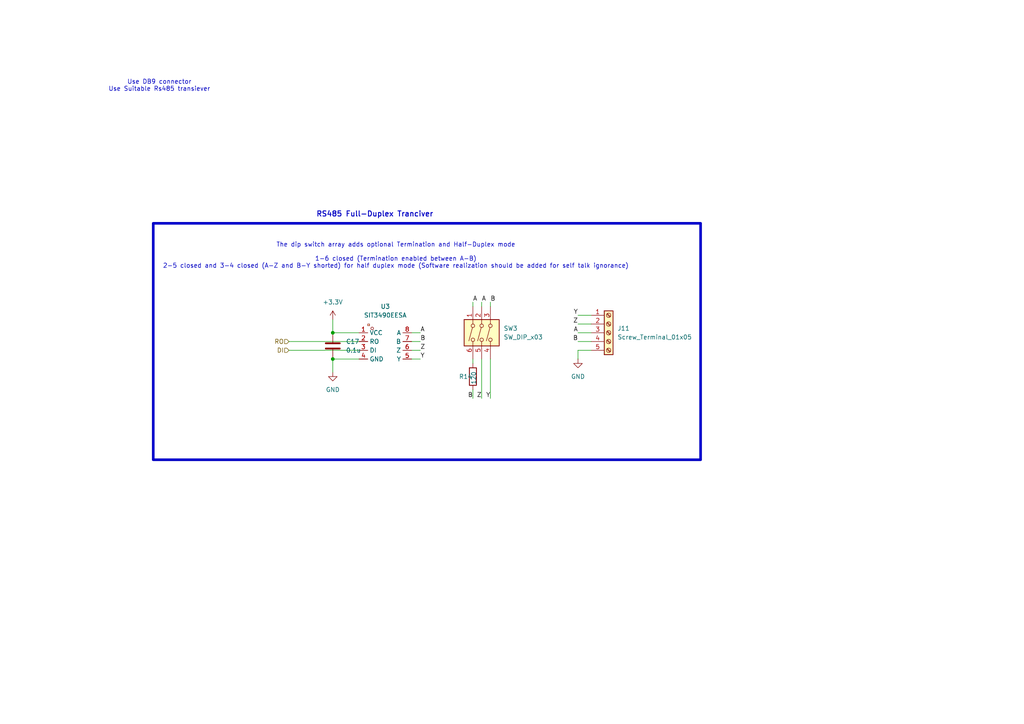
<source format=kicad_sch>
(kicad_sch (version 20250114) (generator "eeschema") (generator_version "9.0")
  (paper "A4")
  (lib_symbols
    (symbol "Connector:Screw_Terminal_01x05" (pin_names (offset 1.016) (hide yes))
      (property "Reference" "J" (at 0 7.62 0))
      (property "Value" "Screw_Terminal_01x05" (at 0 -7.62 0))
      (symbol "Screw_Terminal_01x05_1_1"
        (rectangle (start -1.27 6.35) (end 1.27 -6.35) (stroke (width 0.254)) (fill (type background)))
        (polyline (pts (xy -0.5334 5.4102) (xy 0.3302 4.572)) (stroke (width 0.1524)))
        (polyline (pts (xy -0.5334 2.8702) (xy 0.3302 2.032)) (stroke (width 0.1524)))
        (polyline (pts (xy -0.5334 0.3302) (xy 0.3302 -0.508)) (stroke (width 0.1524)))
        (polyline (pts (xy -0.5334 -2.2098) (xy 0.3302 -3.048)) (stroke (width 0.1524)))
        (polyline (pts (xy -0.5334 -4.7498) (xy 0.3302 -5.588)) (stroke (width 0.1524)))
        (polyline (pts (xy -0.3556 5.588) (xy 0.508 4.7498)) (stroke (width 0.1524)))
        (polyline (pts (xy -0.3556 3.048) (xy 0.508 2.2098)) (stroke (width 0.1524)))
        (polyline (pts (xy -0.3556 0.508) (xy 0.508 -0.3302)) (stroke (width 0.1524)))
        (polyline (pts (xy -0.3556 -2.032) (xy 0.508 -2.8702)) (stroke (width 0.1524)))
        (polyline (pts (xy -0.3556 -4.572) (xy 0.508 -5.4102)) (stroke (width 0.1524)))
        (circle (center 0 5.08) (radius 0.635) (stroke (width 0.1524)))
        (circle (center 0 2.54) (radius 0.635) (stroke (width 0.1524)))
        (circle (center 0 0) (radius 0.635) (stroke (width 0.1524)))
        (circle (center 0 -2.54) (radius 0.635) (stroke (width 0.1524)))
        (circle (center 0 -5.08) (radius 0.635) (stroke (width 0.1524)))
        (pin passive line (at -5.08 5.08 0) (length 3.81) (name "Pin_1") (number "1"))
        (pin passive line (at -5.08 2.54 0) (length 3.81) (name "Pin_2") (number "2"))
        (pin passive line (at -5.08 0 0) (length 3.81) (name "Pin_3") (number "3"))
        (pin passive line (at -5.08 -2.54 0) (length 3.81) (name "Pin_4") (number "4"))
        (pin passive line (at -5.08 -5.08 0) (length 3.81) (name "Pin_5") (number "5"))
      )
    )
    (symbol "Device:C" (pin_numbers (hide yes)) (pin_names (offset 0.254))
      (property "Reference" "C" (at 0.635 2.54 0))
      (property "Value" "C" (at 0.635 -2.54 0))
      (symbol "C_0_1"
        (polyline (pts (xy -2.032 0.762) (xy 2.032 0.762)) (stroke (width 0.508)))
        (polyline (pts (xy -2.032 -0.762) (xy 2.032 -0.762)) (stroke (width 0.508)))
      )
      (symbol "C_1_1"
        (pin passive line (at 0 3.81 270) (length 2.794) (name "~") (number "1"))
        (pin passive line (at 0 -3.81 90) (length 2.794) (name "~") (number "2"))
      )
    )
    (symbol "Device:R" (pin_numbers (hide yes)) (pin_names (offset 0))
      (property "Reference" "R" (at 2.032 0 90))
      (property "Value" "R" (at 0 0 90))
      (symbol "R_0_1"
        (rectangle (start -1.016 -2.54) (end 1.016 2.54) (stroke (width 0.254)))
      )
      (symbol "R_1_1"
        (pin passive line (at 0 3.81 270) (length 1.27) (name "~") (number "1"))
        (pin passive line (at 0 -3.81 90) (length 1.27) (name "~") (number "2"))
      )
    )
    (symbol "EasyEDA:SIT3490EESA"
      (property "Reference" "U" (at 0 8.89 0))
      (property "Value" "SIT3490EESA" (at 0 -8.89 0))
      (symbol "SIT3490EESA_0_1"
        (rectangle (start -5.08 6.35) (end -4.57 5.84) (fill (type background)))
        (circle (center -3.81 5.08) (radius 0.38))
        (pin unspecified line (at -7.62 3.81 0) (length 2.54) (name "VCC") (number "1"))
        (pin unspecified line (at -7.62 1.27 0) (length 2.54) (name "RO") (number "2"))
        (pin unspecified line (at -7.62 -1.27 0) (length 2.54) (name "DI") (number "3"))
        (pin unspecified line (at -7.62 -3.81 0) (length 2.54) (name "GND") (number "4"))
        (pin unspecified line (at 7.62 3.81 180) (length 2.54) (name "A") (number "8"))
        (pin unspecified line (at 7.62 1.27 180) (length 2.54) (name "B") (number "7"))
        (pin unspecified line (at 7.62 -1.27 180) (length 2.54) (name "Z") (number "6"))
        (pin unspecified line (at 7.62 -3.81 180) (length 2.54) (name "Y") (number "5"))
      )
    )
    (symbol "Switch:SW_DIP_x03" (pin_names (offset 0) (hide yes))
      (property "Reference" "SW" (at 0 6.35 0))
      (property "Value" "SW_DIP_x03" (at 0 -6.35 0))
      (symbol "SW_DIP_x03_0_0"
        (circle (center -2.032 2.54) (radius 0.508))
        (circle (center -2.032 0) (radius 0.508))
        (circle (center -2.032 -2.54) (radius 0.508))
        (polyline (pts (xy -1.524 2.667) (xy 2.3622 3.7084)))
        (polyline (pts (xy -1.524 0.127) (xy 2.3622 1.1684)))
        (polyline (pts (xy -1.524 -2.413) (xy 2.3622 -1.3716)))
        (circle (center 2.032 2.54) (radius 0.508))
        (circle (center 2.032 0) (radius 0.508))
        (circle (center 2.032 -2.54) (radius 0.508))
      )
      (symbol "SW_DIP_x03_0_1"
        (rectangle (start -3.81 5.08) (end 3.81 -5.08) (stroke (width 0.254)) (fill (type background)))
      )
      (symbol "SW_DIP_x03_1_1"
        (pin passive line (at -7.62 2.54 0) (length 5.08) (name "~") (number "1"))
        (pin passive line (at -7.62 0 0) (length 5.08) (name "~") (number "2"))
        (pin passive line (at -7.62 -2.54 0) (length 5.08) (name "~") (number "3"))
        (pin passive line (at 7.62 2.54 180) (length 5.08) (name "~") (number "6"))
        (pin passive line (at 7.62 0 180) (length 5.08) (name "~") (number "5"))
        (pin passive line (at 7.62 -2.54 180) (length 5.08) (name "~") (number "4"))
      )
    )
    (symbol "power:+3.3V" (power) (pin_numbers (hide yes)) (pin_names (offset 0) (hide yes))
      (property "Value" "+3.3V" (at 0 3.556 0))
      (symbol "+3.3V_0_1"
        (polyline (pts (xy -0.762 1.27) (xy 0 2.54)))
        (polyline (pts (xy 0 2.54) (xy 0.762 1.27)))
        (polyline (pts (xy 0 0) (xy 0 2.54)))
      )
      (symbol "+3.3V_1_1"
        (pin power_in line (at 0 0 90) (length 0) (name "~") (number "1"))
      )
    )
    (symbol "power:GND" (power) (pin_numbers (hide yes)) (pin_names (offset 0) (hide yes))
      (property "Value" "GND" (at 0 -3.81 0))
      (symbol "GND_0_1"
        (polyline (pts (xy 0 0) (xy 0 -1.27) (xy 1.27 -1.27) (xy 0 -2.54) (xy -1.27 -1.27) (xy 0 -1.27)))
      )
      (symbol "GND_1_1"
        (pin power_in line (at 0 0 270) (length 0) (name "~") (number "1"))
      )
    )
  )
  (rectangle (start 44.45 64.77) (end 203.2 133.35) (stroke (width 0.762)))
  (text "Use DB9 connector\nUse Suitable Rs485 transiever\n" (at 46.228 24.892 0) (effects (font (size 1.27 1.27))))
  (text "RS485 Full-Duplex Tranciver\n" (at 108.712 62.23 0) (effects (font (size 1.524 1.524) (thickness 0.254) (bold yes))))
  (text "The dip switch array adds optional Termination and Half-Duplex mode\n\n1-6 closed (Termination enabled between A-B)\n2-5 closed and 3-4 closed (A-Z and B-Y shorted) for half duplex mode (Software realization should be added for self talk ignorance)" (at 114.808 74.168 0) (effects (font (size 1.27 1.27))))
  (junction (at 96.52 104.14))
  (junction (at 96.52 96.52))
  (wire (pts (xy 167.64 104.14) (xy 167.64 101.6)))
  (wire (pts (xy 83.82 101.6) (xy 104.14 101.6)))
  (wire (pts (xy 142.24 87.63) (xy 142.24 88.9)))
  (wire (pts (xy 139.7 104.14) (xy 139.7 115.57)))
  (wire (pts (xy 96.52 107.95) (xy 96.52 104.14)))
  (wire (pts (xy 119.38 96.52) (xy 121.92 96.52)))
  (wire (pts (xy 119.38 99.06) (xy 121.92 99.06)))
  (wire (pts (xy 139.7 87.63) (xy 139.7 88.9)))
  (wire (pts (xy 119.38 104.14) (xy 121.92 104.14)))
  (wire (pts (xy 96.52 96.52) (xy 104.14 96.52)))
  (wire (pts (xy 96.52 104.14) (xy 104.14 104.14)))
  (wire (pts (xy 137.16 104.14) (xy 137.16 105.41)))
  (wire (pts (xy 119.38 101.6) (xy 121.92 101.6)))
  (wire (pts (xy 137.16 113.03) (xy 137.16 115.57)))
  (wire (pts (xy 167.64 91.44) (xy 171.45 91.44)))
  (wire (pts (xy 137.16 87.63) (xy 137.16 88.9)))
  (wire (pts (xy 142.24 104.14) (xy 142.24 115.57)))
  (wire (pts (xy 167.64 99.06) (xy 171.45 99.06)))
  (wire (pts (xy 167.64 101.6) (xy 171.45 101.6)))
  (wire (pts (xy 167.64 96.52) (xy 171.45 96.52)))
  (wire (pts (xy 96.52 92.71) (xy 96.52 96.52)))
  (wire (pts (xy 83.82 99.06) (xy 104.14 99.06)))
  (wire (pts (xy 167.64 93.98) (xy 171.45 93.98)))
  (label "A" (at 167.64 96.52 180))
  (label "A" (at 121.92 96.52 0))
  (label "Z" (at 139.7 115.57 180))
  (label "B" (at 137.16 115.57 180))
  (label "Y" (at 121.92 104.14 0))
  (label "A" (at 137.16 87.63 0))
  (label "Y" (at 167.64 91.44 180))
  (label "A" (at 139.7 87.63 0))
  (label "B" (at 142.24 87.63 0))
  (label "Z" (at 167.64 93.98 180))
  (label "Y" (at 142.24 115.57 180))
  (label "B" (at 121.92 99.06 0))
  (label "B" (at 167.64 99.06 180))
  (label "Z" (at 121.92 101.6 0))
  (hierarchical_label "DI" (shape input) (at 83.82 101.6 180))
  (hierarchical_label "RO" (shape input) (at 83.82 99.06 180))
  (symbol (lib_id "power:+3.3V") (at 96.52 92.71 0) (unit 1)
    (property "Reference" "#PWR037" (effects (hide yes)))
    (property "Value" "+3.3V" (at 96.52 87.63 0))
    (property "Description" "Power symbol creates a global label with name \"+3.3V\"" (effects (hide yes)))
  )
  (symbol (lib_id "power:GND") (at 96.52 107.95 0) (unit 1)
    (property "Reference" "#PWR038" (effects (hide yes)))
    (property "Value" "GND" (at 96.52 113.03 0))
    (property "Description" "Power symbol creates a global label with name \"GND\" , ground" (effects (hide yes)))
  )
  (symbol (lib_id "EasyEDA:SIT3490EESA") (at 111.76 100.33 0) (unit 1)
    (property "Reference" "U3" (at 111.76 88.9 0))
    (property "Value" "SIT3490EESA" (at 111.76 91.44 0))
    (property "Footprint" "EasyEDA:SOP-8_L4.9-W3.9-P1.27-LS6.0-BL" (effects (hide yes)))
    (property "Datasheet" "https://lcsc.com/product-detail/New-Arrivals_SIT-SIT3490EESA_C496618.html" (effects (hide yes)))
    (property "LCSC Part" "C496618" (effects (hide yes)))
  )
  (symbol (lib_id "Switch:SW_DIP_x03") (at 139.7 96.52 90) (mirror x) (unit 1)
    (property "Reference" "SW3" (at 146.05 95.2499 90) (effects (justify right)))
    (property "Value" "SW_DIP_x03" (at 146.05 97.7899 90) (effects (justify right)))
    (property "Description" "3x DIP Switch, Single Pole Single Throw (SPST) switch, small symbol" (effects (hide yes)))
  )
  (symbol (lib_id "power:GND") (at 167.64 104.14 0) (unit 1)
    (property "Reference" "#PWR039" (effects (hide yes)))
    (property "Value" "GND" (at 167.64 109.22 0))
    (property "Description" "Power symbol creates a global label with name \"GND\" , ground" (effects (hide yes)))
  )
  (symbol (lib_id "Connector:Screw_Terminal_01x05") (at 176.53 96.52 0) (unit 1)
    (property "Reference" "J11" (at 179.07 95.2499 0) (effects (justify left)))
    (property "Value" "Screw_Terminal_01x05" (at 179.07 97.7899 0) (effects (justify left)))
    (property "Description" "Generic screw terminal, single row, 01x05, script generated (kicad-library-utils/schlib/autogen/connector/)" (effects (hide yes)))
  )
  (symbol (lib_id "Device:C") (at 96.52 100.33 0) (unit 1)
    (property "Reference" "C17" (at 100.33 99.0599 0) (effects (justify left)))
    (property "Value" "0.1u" (at 100.33 101.5999 0) (effects (justify left)))
    (property "Description" "Unpolarized capacitor" (effects (hide yes)))
  )
  (symbol (lib_id "Device:R") (at 137.16 109.22 0) (unit 1)
    (property "Reference" "R14" (at 133.096 109.22 0) (effects (justify left)))
    (property "Value" "120" (at 137.414 107.696 90) (effects (justify right)))
    (property "Description" "Resistor" (effects (hide yes)))
  )
)
</source>
